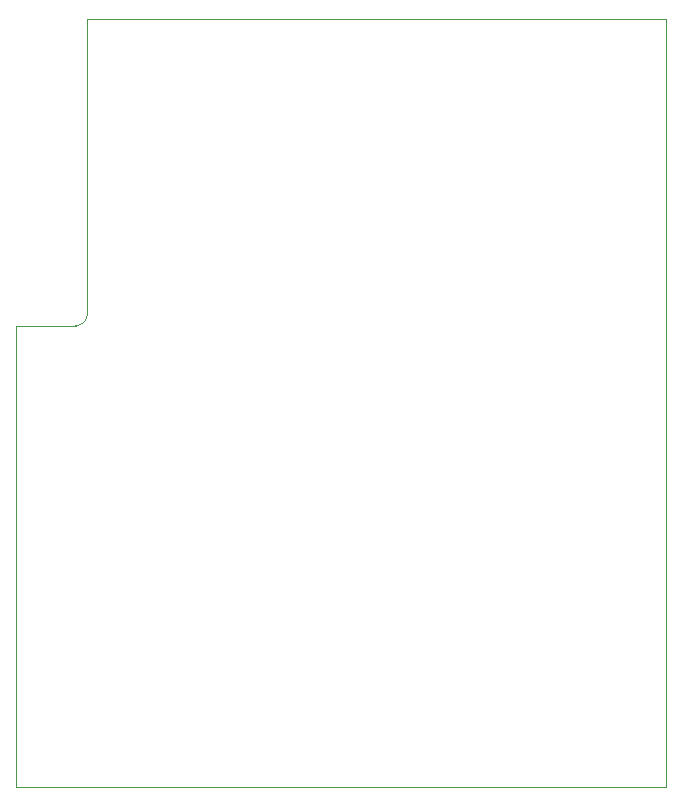
<source format=gbr>
%TF.GenerationSoftware,Altium Limited,Altium Designer,20.1.8 (145)*%
G04 Layer_Color=0*
%FSLAX45Y45*%
%MOMM*%
%TF.SameCoordinates,C5ED230C-B98B-42D8-9333-440794D2D960*%
%TF.FilePolarity,Positive*%
%TF.FileFunction,Profile,NP*%
%TF.Part,Single*%
G01*
G75*
%TA.AperFunction,Profile*%
%ADD95C,0.02540*%
D95*
X0Y0D02*
Y3903464D01*
X502264D01*
X502500Y3903700D01*
D02*
G03*
X601300Y4002500I0J98800D01*
G01*
X601280Y4002480D01*
Y6500000D01*
X5500000D01*
X5500000Y0D01*
X0D01*
%TF.MD5,d36d5bf6fddd2135eaa72534c4d9b84f*%
M02*

</source>
